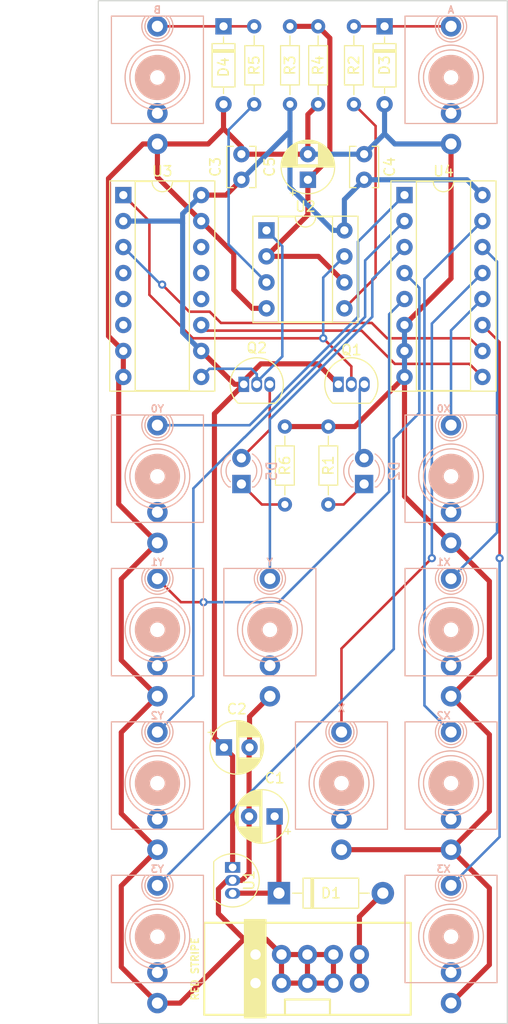
<source format=kicad_pcb>
(kicad_pcb (version 20211014) (generator pcbnew)
  (layers (0 "F.Cu" signal) (31 "B.Cu" signal) (34 "B.Paste" user) (35 "F.Paste" user) (36 "B.SilkS" user "B.Silkscreen") (37 "F.SilkS" user "F.Silkscreen") (38 "B.Mask" user) (39 "F.Mask" user) (44 "Edge.Cuts" user))
  (net 0 "")
  (net 1 "Net-(C1-Pad1)")
  (net 2 "GND")
  (net 3 "+9V")
  (net 4 "Net-(C5-Pad1)")
  (net 5 "Net-(D1-Pad2)")
  (net 6 "Net-(D2-Pad1)")
  (net 7 "Net-(D2-Pad2)")
  (net 8 "Net-(D3-Pad1)")
  (net 9 "Net-(D4-Pad1)")
  (net 10 "Net-(D5-Pad1)")
  (net 11 "Net-(D5-Pad2)")
  (net 12 "Net-(J1-Pad1)")
  (net 13 "X")
  (net 15 "X0")
  (net 17 "X1")
  (net 19 "X2")
  (net 22 "X3")
  (net 24 "Y")
  (net 26 "Y0")
  (net 28 "Y1")
  (net 30 "Y2")
  (net 33 "Y3")
  (net 35 "Net-(Q1-Pad2)")
  (net 36 "Net-(Q2-Pad2)")
  (net 37 "Net-(R2-Pad2)")
  (net 38 "Net-(R5-Pad2)")
  (net 39 "Net-(U3-Pad3)")
  (net 43 "Net-(U3-Pad11)")
  (footprint "Package_DIP:DIP-16_W7.62mm_Socket" (layer "F.Cu") (at 4.95 21.5)
    (fp_text reference "U3" (at 3.81 -2.33) (layer "F.SilkS"))
    (fp_text value "4520")
    (pad "1" thru_hole rect (at 0 0) (size 1.6 1.6) (drill 0.8) (layers *.Cu *.Mask) (net 35 "Net-(Q1-Pad2)"))
    (pad "2" thru_hole oval (at 0 2.54) (size 1.6 1.6) (drill 0.8) (layers *.Cu *.Mask) (net 3 "+9V"))
    (pad "3" thru_hole oval (at 0 5.08) (size 1.6 1.6) (drill 0.8) (layers *.Cu *.Mask) (net 39 "Net-(U3-Pad3)"))
    (pad "4" thru_hole oval (at 0 7.62) (size 1.6 1.6) (drill 0.8) (layers *.Cu *.Mask))
    (pad "5" thru_hole oval (at 0 10.16) (size 1.6 1.6) (drill 0.8) (layers *.Cu *.Mask))
    (pad "6" thru_hole oval (at 0 12.7) (size 1.6 1.6) (drill 0.8) (layers *.Cu *.Mask))
    (pad "7" thru_hole oval (at 0 15.24) (size 1.6 1.6) (drill 0.8) (layers *.Cu *.Mask) (net 2 "GND"))
    (pad "8" thru_hole oval (at 0 17.78) (size 1.6 1.6) (drill 0.8) (layers *.Cu *.Mask) (net 2 "GND"))
    (pad "9" thru_hole oval (at 7.62 17.78) (size 1.6 1.6) (drill 0.8) (layers *.Cu *.Mask) (net 36 "Net-(Q2-Pad2)"))
    (pad "10" thru_hole oval (at 7.62 15.24) (size 1.6 1.6) (drill 0.8) (layers *.Cu *.Mask) (net 3 "+9V"))
    (pad "11" thru_hole oval (at 7.62 12.7) (size 1.6 1.6) (drill 0.8) (layers *.Cu *.Mask) (net 43 "Net-(U3-Pad11)"))
    (pad "12" thru_hole oval (at 7.62 10.16) (size 1.6 1.6) (drill 0.8) (layers *.Cu *.Mask))
    (pad "13" thru_hole oval (at 7.62 7.62) (size 1.6 1.6) (drill 0.8) (layers *.Cu *.Mask))
    (pad "14" thru_hole oval (at 7.62 5.08) (size 1.6 1.6) (drill 0.8) (layers *.Cu *.Mask))
    (pad "15" thru_hole oval (at 7.62 2.54) (size 1.6 1.6) (drill 0.8) (layers *.Cu *.Mask) (net 2 "GND"))
    (pad "16" thru_hole oval (at 7.62 0) (size 1.6 1.6) (drill 0.8) (layers *.Cu *.Mask) (net 3 "+9V"))
  )
  (footprint "Capacitor_THT:CP_Radial_D5.0mm_P2.50mm" (layer "F.Cu") (at 14.794888 75.5)
    (fp_text reference "C2" (at 1.25 -3.75) (layer "F.SilkS"))
    (fp_text value "10uF")
    (pad "1" thru_hole rect (at 0 0) (size 1.6 1.6) (drill 0.8) (layers *.Cu *.Mask) (net 3 "+9V"))
    (pad "2" thru_hole circle (at 2.5 0) (size 1.6 1.6) (drill 0.8) (layers *.Cu *.Mask) (net 2 "GND"))
  )
  (footprint "Package_TO_SOT_THT:TO-92_Inline" (layer "F.Cu") (at 25.98 40)
    (fp_text reference "Q1" (at 1.27 -3.36) (layer "F.SilkS"))
    (fp_text value "BC547")
    (pad "1" thru_hole rect (at 0 0) (size 1.05 1.5) (drill 0.75) (layers *.Cu *.Mask) (net 3 "+9V"))
    (pad "2" thru_hole oval (at 1.27 0) (size 1.05 1.5) (drill 0.75) (layers *.Cu *.Mask) (net 35 "Net-(Q1-Pad2)"))
    (pad "3" thru_hole oval (at 2.54 0) (size 1.05 1.5) (drill 0.75) (layers *.Cu *.Mask) (net 7 "Net-(D2-Pad2)"))
  )
  (footprint "Capacitor_THT:CP_Radial_D5.0mm_P2.50mm" (layer "F.Cu") (at 19.75 82.25 180)
    (fp_text reference "C1" (at 0 3.75) (layer "F.SilkS"))
    (fp_text value "10uF")
    (pad "1" thru_hole rect (at 0 0 180) (size 1.6 1.6) (drill 0.8) (layers *.Cu *.Mask) (net 1 "Net-(C1-Pad1)"))
    (pad "2" thru_hole circle (at 2.5 0 180) (size 1.6 1.6) (drill 0.8) (layers *.Cu *.Mask) (net 2 "GND"))
  )
  (footprint "Resistor_THT:R_Axial_DIN0204_L3.6mm_D1.6mm_P7.62mm_Horizontal" (layer "F.Cu") (at 24 12.62 90)
    (fp_text reference "R4" (at 3.81 0 90) (layer "F.SilkS"))
    (fp_text value "100k")
    (pad "1" thru_hole circle (at 0 0 90) (size 1.4 1.4) (drill 0.7) (layers *.Cu *.Mask) (net 2 "GND"))
    (pad "2" thru_hole oval (at 7.62 0 90) (size 1.4 1.4) (drill 0.7) (layers *.Cu *.Mask) (net 4 "Net-(C5-Pad1)"))
  )
  (footprint "Capacitor_THT:C_Disc_D3.8mm_W2.6mm_P2.50mm" (layer "F.Cu") (at 28.5 20 90)
    (fp_text reference "C4" (at 1.25 2.5 90) (layer "F.SilkS"))
    (fp_text value "100nF")
    (pad "1" thru_hole circle (at 0 0 90) (size 1.6 1.6) (drill 0.8) (layers *.Cu *.Mask) (net 3 "+9V"))
    (pad "2" thru_hole circle (at 2.5 0 90) (size 1.6 1.6) (drill 0.8) (layers *.Cu *.Mask) (net 2 "GND"))
  )
  (footprint "winterbloom:Eurorack_Power_2x5_Shrouded" (layer "F.Cu") (at 17.88 98.544)
    (fp_text reference "J1" hide)
    (fp_text value "Eurorack_Power" hide)
    (fp_text user "RED STRIPE" (at -5.92 -1.387 90) (layer "F.SilkS") (effects (font (size 0.7 0.7))))
    (pad "1" thru_hole circle (at 0 0 90) (size 1.8796 1.8796) (drill 1.016) (layers *.Cu *.Mask) (net 12 "Net-(J1-Pad1)"))
    (pad "2" thru_hole circle (at 0 -2.794 90) (size 1.8796 1.8796) (drill 1.016) (layers *.Cu *.Mask) (net 12 "Net-(J1-Pad1)"))
    (pad "3" thru_hole circle (at 2.54 0 90) (size 1.8796 1.8796) (drill 1.016) (layers *.Cu *.Mask) (net 2 "GND"))
    (pad "4" thru_hole circle (at 2.54 -2.794 90) (size 1.8796 1.8796) (drill 1.016) (layers *.Cu *.Mask) (net 2 "GND"))
    (pad "5" thru_hole circle (at 5.08 0 90) (size 1.8796 1.8796) (drill 1.016) (layers *.Cu *.Mask) (net 2 "GND"))
    (pad "6" thru_hole circle (at 5.08 -2.794 90) (size 1.8796 1.8796) (drill 1.016) (layers *.Cu *.Mask) (net 2 "GND"))
    (pad "7" thru_hole circle (at 7.62 0 90) (size 1.8796 1.8796) (drill 1.016) (layers *.Cu *.Mask) (net 2 "GND"))
    (pad "8" thru_hole circle (at 7.62 -2.794 90) (size 1.8796 1.8796) (drill 1.016) (layers *.Cu *.Mask) (net 2 "GND"))
    (pad "9" thru_hole circle (at 10.16 0 90) (size 1.8796 1.8796) (drill 1.016) (layers *.Cu *.Mask) (net 5 "Net-(D1-Pad2)"))
    (pad "10" thru_hole circle (at 10.16 -2.794 90) (size 1.8796 1.8796) (drill 1.016) (layers *.Cu *.Mask) (net 5 "Net-(D1-Pad2)"))
  )
  (footprint "Diode_THT:D_DO-35_SOD27_P7.62mm_Horizontal" (layer "F.Cu") (at 14.75 5 -90)
    (fp_text reference "D4" (at 4 0 90) (layer "F.SilkS"))
    (fp_text value "BAT85")
    (pad "1" thru_hole rect (at 0 0 270) (size 1.6 1.6) (drill 0.8) (layers *.Cu *.Mask) (net 9 "Net-(D4-Pad1)"))
    (pad "2" thru_hole oval (at 7.62 0 270) (size 1.6 1.6) (drill 0.8) (layers *.Cu *.Mask) (net 2 "GND"))
  )
  (footprint "Resistor_THT:R_Axial_DIN0204_L3.6mm_D1.6mm_P7.62mm_Horizontal" (layer "F.Cu") (at 21.25 5 -90)
    (fp_text reference "R3" (at 3.81 0 90) (layer "F.SilkS"))
    (fp_text value "100k")
    (pad "1" thru_hole circle (at 0 0 270) (size 1.4 1.4) (drill 0.7) (layers *.Cu *.Mask) (net 4 "Net-(C5-Pad1)"))
    (pad "2" thru_hole oval (at 7.62 0 270) (size 1.4 1.4) (drill 0.7) (layers *.Cu *.Mask) (net 3 "+9V"))
  )
  (footprint "Package_DIP:DIP-16_W7.62mm_Socket" (layer "F.Cu") (at 32.45 21.5)
    (fp_text reference "U4" (at 3.81 -2.33) (layer "F.SilkS"))
    (fp_text value "4052")
    (pad "1" thru_hole rect (at 0 0) (size 1.6 1.6) (drill 0.8) (layers *.Cu *.Mask) (net 26 "Y0"))
    (pad "2" thru_hole oval (at 0 2.54) (size 1.6 1.6) (drill 0.8) (layers *.Cu *.Mask) (net 30 "Y2"))
    (pad "3" thru_hole oval (at 0 5.08) (size 1.6 1.6) (drill 0.8) (layers *.Cu *.Mask) (net 24 "Y"))
    (pad "4" thru_hole oval (at 0 7.62) (size 1.6 1.6) (drill 0.8) (layers *.Cu *.Mask) (net 33 "Y3"))
    (pad "5" thru_hole oval (at 0 10.16) (size 1.6 1.6) (drill 0.8) (layers *.Cu *.Mask) (net 28 "Y1"))
    (pad "6" thru_hole oval (at 0 12.7) (size 1.6 1.6) (drill 0.8) (layers *.Cu *.Mask) (net 2 "GND"))
    (pad "7" thru_hole oval (at 0 15.24) (size 1.6 1.6) (drill 0.8) (layers *.Cu *.Mask) (net 2 "GND"))
    (pad "8" thru_hole oval (at 0 17.78) (size 1.6 1.6) (drill 0.8) (layers *.Cu *.Mask) (net 2 "GND"))
    (pad "9" thru_hole oval (at 7.62 17.78) (size 1.6 1.6) (drill 0.8) (layers *.Cu *.Mask) (net 43 "Net-(U3-Pad11)"))
    (pad "10" thru_hole oval (at 7.62 15.24) (size 1.6 1.6) (drill 0.8) (layers *.Cu *.Mask) (net 39 "Net-(U3-Pad3)"))
    (pad "11" thru_hole oval (at 7.62 12.7) (size 1.6 1.6) (drill 0.8) (layers *.Cu *.Mask) (net 22 "X3"))
    (pad "12" thru_hole oval (at 7.62 10.16) (size 1.6 1.6) (drill 0.8) (layers *.Cu *.Mask) (net 15 "X0"))
    (pad "13" thru_hole oval (at 7.62 7.62) (size 1.6 1.6) (drill 0.8) (layers *.Cu *.Mask) (net 13 "X"))
    (pad "14" thru_hole oval (at 7.62 5.08) (size 1.6 1.6) (drill 0.8) (layers *.Cu *.Mask) (net 17 "X1"))
    (pad "15" thru_hole oval (at 7.62 2.54) (size 1.6 1.6) (drill 0.8) (layers *.Cu *.Mask) (net 19 "X2"))
    (pad "16" thru_hole oval (at 7.62 0) (size 1.6 1.6) (drill 0.8) (layers *.Cu *.Mask) (net 3 "+9V"))
  )
  (footprint "Resistor_THT:R_Axial_DIN0204_L3.6mm_D1.6mm_P7.62mm_Horizontal" (layer "F.Cu") (at 25 51.75 90)
    (fp_text reference "R1" (at 3.81 0 90) (layer "F.SilkS"))
    (fp_text value "1k")
    (pad "1" thru_hole circle (at 0 0 90) (size 1.4 1.4) (drill 0.7) (layers *.Cu *.Mask) (net 6 "Net-(D2-Pad1)"))
    (pad "2" thru_hole oval (at 7.62 0 90) (size 1.4 1.4) (drill 0.7) (layers *.Cu *.Mask) (net 2 "GND"))
  )
  (footprint "Resistor_THT:R_Axial_DIN0204_L3.6mm_D1.6mm_P7.62mm_Horizontal" (layer "F.Cu") (at 20.75 51.75 90)
    (fp_text reference "R6" (at 3.81 0 90) (layer "F.SilkS"))
    (fp_text value "1k")
    (pad "1" thru_hole circle (at 0 0 90) (size 1.4 1.4) (drill 0.7) (layers *.Cu *.Mask) (net 10 "Net-(D5-Pad1)"))
    (pad "2" thru_hole oval (at 7.62 0 90) (size 1.4 1.4) (drill 0.7) (layers *.Cu *.Mask) (net 2 "GND"))
  )
  (footprint "Diode_THT:D_DO-41_SOD81_P10.16mm_Horizontal" (layer "F.Cu") (at 20.17 89.75)
    (fp_text reference "D1" (at 5.08 0) (layer "F.SilkS"))
    (fp_text value "1N4001")
    (pad "1" thru_hole rect (at 0 0) (size 2.2 2.2) (drill 1.1) (layers *.Cu *.Mask) (net 1 "Net-(C1-Pad1)"))
    (pad "2" thru_hole oval (at 10.16 0) (size 2.2 2.2) (drill 1.1) (layers *.Cu *.Mask) (net 5 "Net-(D1-Pad2)"))
  )
  (footprint "Resistor_THT:R_Axial_DIN0204_L3.6mm_D1.6mm_P7.62mm_Horizontal" (layer "F.Cu") (at 17.75 5 -90)
    (fp_text reference "R5" (at 3.81 0 90) (layer "F.SilkS"))
    (fp_text value "100k")
    (pad "1" thru_hole circle (at 0 0 270) (size 1.4 1.4) (drill 0.7) (layers *.Cu *.Mask) (net 9 "Net-(D4-Pad1)"))
    (pad "2" thru_hole oval (at 7.62 0 270) (size 1.4 1.4) (drill 0.7) (layers *.Cu *.Mask) (net 38 "Net-(R5-Pad2)"))
  )
  (footprint "Diode_THT:D_DO-35_SOD27_P7.62mm_Horizontal" (layer "F.Cu") (at 30.5 5 -90)
    (fp_text reference "D3" (at 3.81 0 90) (layer "F.SilkS"))
    (fp_text value "BAT85")
    (pad "1" thru_hole rect (at 0 0 270) (size 1.6 1.6) (drill 0.8) (layers *.Cu *.Mask) (net 8 "Net-(D3-Pad1)"))
    (pad "2" thru_hole oval (at 7.62 0 270) (size 1.6 1.6) (drill 0.8) (layers *.Cu *.Mask) (net 2 "GND"))
  )
  (footprint "Capacitor_THT:C_Disc_D3.8mm_W2.6mm_P2.50mm" (layer "F.Cu") (at 16.5 20 90)
    (fp_text reference "C3" (at 1.25 -2.55 90) (layer "F.SilkS"))
    (fp_text value "100nF")
    (pad "1" thru_hole circle (at 0 0 90) (size 1.6 1.6) (drill 0.8) (layers *.Cu *.Mask) (net 3 "+9V"))
    (pad "2" thru_hole circle (at 2.5 0 90) (size 1.6 1.6) (drill 0.8) (layers *.Cu *.Mask) (net 2 "GND"))
  )
  (footprint "Package_DIP:DIP-8_W7.62mm_Socket" (layer "F.Cu") (at 18.95 24.95)
    (fp_text reference "U2" (at 3.81 -2.33) (layer "F.SilkS"))
    (fp_text value "LM358")
    (pad "1" thru_hole rect (at 0 0) (size 1.6 1.6) (drill 0.8) (layers *.Cu *.Mask) (net 36 "Net-(Q2-Pad2)"))
    (pad "2" thru_hole oval (at 0 2.54) (size 1.6 1.6) (drill 0.8) (layers *.Cu *.Mask) (net 4 "Net-(C5-Pad1)"))
    (pad "3" thru_hole oval (at 0 5.08) (size 1.6 1.6) (drill 0.8) (layers *.Cu *.Mask) (net 38 "Net-(R5-Pad2)"))
    (pad "4" thru_hole oval (at 0 7.62) (size 1.6 1.6) (drill 0.8) (layers *.Cu *.Mask) (net 2 "GND"))
    (pad "5" thru_hole oval (at 7.62 7.62) (size 1.6 1.6) (drill 0.8) (layers *.Cu *.Mask) (net 37 "Net-(R2-Pad2)"))
    (pad "6" thru_hole oval (at 7.62 5.08) (size 1.6 1.6) (drill 0.8) (layers *.Cu *.Mask) (net 4 "Net-(C5-Pad1)"))
    (pad "7" thru_hole oval (at 7.62 2.54) (size 1.6 1.6) (drill 0.8) (layers *.Cu *.Mask) (net 35 "Net-(Q1-Pad2)"))
    (pad "8" thru_hole oval (at 7.62 0) (size 1.6 1.6) (drill 0.8) (layers *.Cu *.Mask) (net 3 "+9V"))
  )
  (footprint "Package_TO_SOT_THT:TO-92_Inline" (layer "F.Cu") (at 16.73 40)
    (fp_text reference "Q2" (at 1.27 -3.56) (layer "F.SilkS"))
    (fp_text value "BC547")
    (pad "1" thru_hole rect (at 0 0) (size 1.05 1.5) (drill 0.75) (layers *.Cu *.Mask) (net 3 "+9V"))
    (pad "2" thru_hole oval (at 1.27 0) (size 1.05 1.5) (drill 0.75) (layers *.Cu *.Mask) (net 36 "Net-(Q2-Pad2)"))
    (pad "3" thru_hole oval (at 2.54 0) (size 1.05 1.5) (drill 0.75) (layers *.Cu *.Mask) (net 11 "Net-(D5-Pad2)"))
  )
  (footprint "Package_TO_SOT_THT:TO-92_Inline" (layer "F.Cu") (at 15.64 87.23 -90)
    (fp_text reference "U1" (at 1.27 -1.61 90) (layer "F.SilkS"))
    (fp_text value "L78L09_TO92")
    (pad "1" thru_hole rect (at 0 0 270) (size 1.05 1.5) (drill 0.75) (layers *.Cu *.Mask) (net 3 "+9V"))
    (pad "2" thru_hole oval (at 1.27 0 270) (size 1.05 1.5) (drill 0.75) (layers *.Cu *.Mask) (net 2 "GND"))
    (pad "3" thru_hole oval (at 2.54 0 270) (size 1.05 1.5) (drill 0.75) (layers *.Cu *.Mask) (net 1 "Net-(C1-Pad1)"))
  )
  (footprint "Capacitor_THT:CP_Radial_D5.0mm_P2.50mm" (layer "F.Cu") (at 23 20 90)
    (fp_text reference "C5" (at 1.25 -3.75 90) (layer "F.SilkS"))
    (fp_text value "1uF")
    (pad "1" thru_hole rect (at 0 0 90) (size 1.6 1.6) (drill 0.8) (layers *.Cu *.Mask) (net 4 "Net-(C5-Pad1)"))
    (pad "2" thru_hole circle (at 2.5 0 90) (size 1.6 1.6) (drill 0.8) (layers *.Cu *.Mask) (net 2 "GND"))
  )
  (footprint "Resistor_THT:R_Axial_DIN0204_L3.6mm_D1.6mm_P7.62mm_Horizontal" (layer "F.Cu") (at 27.5 5 -90)
    (fp_text reference "R2" (at 3.81 0 90) (layer "F.SilkS"))
    (fp_text value "100k")
    (pad "1" thru_hole circle (at 0 0 270) (size 1.4 1.4) (drill 0.7) (layers *.Cu *.Mask) (net 8 "Net-(D3-Pad1)"))
    (pad "2" thru_hole oval (at 7.62 0 270) (size 1.4 1.4) (drill 0.7) (layers *.Cu *.Mask) (net 37 "Net-(R2-Pad2)"))
  )
  (footprint "winterbloom:AudioJack_WQP518MA" (layer "B.Cu") (at 8.284983 64 180)
    (fp_text reference "J10" hide)
    (fp_text value "Y1" (at 0.01 6.61) (layer "B.SilkS") (effects (font (size 0.7 0.7)) (justify mirror)))
    (pad "S" thru_hole circle (at 0 -6.5 180) (size 2 2) (drill 1.1) (layers *.Cu *.Mask) (net 2 "GND"))
    (pad "T" thru_hole circle (at 0 5 180) (size 2 2) (drill 1.1) (layers *.Cu *.Mask) (net 28 "Y1"))
    (pad "TN" thru_hole circle (at 0 -3.5 180) (size 2 2) (drill 1.1) (layers *.Cu *.Mask))
  )
  (footprint "winterbloom:AudioJack_WQP518MA" (layer "B.Cu") (at 37 10 180)
    (fp_text reference "J6" hide)
    (fp_text value "A" (at 0.01 6.61) (layer "B.SilkS") (effects (font (size 0.7 0.7)) (justify mirror)))
    (pad "S" thru_hole circle (at 0 -6.5 180) (size 2 2) (drill 1.1) (layers *.Cu *.Mask) (net 2 "GND"))
    (pad "T" thru_hole circle (at 0 5 180) (size 2 2) (drill 1.1) (layers *.Cu *.Mask) (net 8 "Net-(D3-Pad1)"))
    (pad "TN" thru_hole circle (at 0 -3.5 180) (size 2 2) (drill 1.1) (layers *.Cu *.Mask))
  )
  (footprint "winterbloom:AudioJack_WQP518MA" (layer "B.Cu") (at 26.284983 79 180)
    (fp_text reference "J2" hide)
    (fp_text value "X" (at 0 7.325017) (layer "B.SilkS") (effects (font (size 0.7 0.7)) (justify mirror)))
    (pad "S" thru_hole circle (at 0 -6.5 180) (size 2 2) (drill 1.1) (layers *.Cu *.Mask) (net 2 "GND"))
    (pad "T" thru_hole circle (at 0 5 180) (size 2 2) (drill 1.1) (layers *.Cu *.Mask) (net 13 "X"))
    (pad "TN" thru_hole circle (at 0 -3.5 180) (size 2 2) (drill 1.1) (layers *.Cu *.Mask))
  )
  (footprint "winterbloom:AudioJack_WQP518MA" (layer "B.Cu") (at 37 94 180)
    (fp_text reference "J7" hide)
    (fp_text value "X3" (at 0.725017 6.61) (layer "B.SilkS") (effects (font (size 0.7 0.7)) (justify mirror)))
    (pad "S" thru_hole circle (at 0 -6.5 180) (size 2 2) (drill 1.1) (layers *.Cu *.Mask) (net 2 "GND"))
    (pad "T" thru_hole circle (at 0 5 180) (size 2 2) (drill 1.1) (layers *.Cu *.Mask) (net 22 "X3"))
    (pad "TN" thru_hole circle (at 0 -3.5 180) (size 2 2) (drill 1.1) (layers *.Cu *.Mask))
  )
  (footprint "winterbloom:AudioJack_WQP518MA" (layer "B.Cu") (at 37 79 180)
    (fp_text reference "J5" hide)
    (fp_text value "X2" (at 0.725017 6.61) (layer "B.SilkS") (effects (font (size 0.7 0.7)) (justify mirror)))
    (pad "S" thru_hole circle (at 0 -6.5 180) (size 2 2) (drill 1.1) (layers *.Cu *.Mask) (net 2 "GND"))
    (pad "T" thru_hole circle (at 0 5 180) (size 2 2) (drill 1.1) (layers *.Cu *.Mask) (net 19 "X2"))
    (pad "TN" thru_hole circle (at 0 -3.5 180) (size 2 2) (drill 1.1) (layers *.Cu *.Mask))
  )
  (footprint "winterbloom:AudioJack_WQP518MA" (layer "B.Cu") (at 8.284983 79 180)
    (fp_text reference "J11" hide)
    (fp_text value "Y2" (at 0.01 6.61) (layer "B.SilkS") (effects (font (size 0.7 0.7)) (justify mirror)))
    (pad "S" thru_hole circle (at 0 -6.5 180) (size 2 2) (drill 1.1) (layers *.Cu *.Mask) (net 2 "GND"))
    (pad "T" thru_hole circle (at 0 5 180) (size 2 2) (drill 1.1) (layers *.Cu *.Mask) (net 30 "Y2"))
    (pad "TN" thru_hole circle (at 0 -3.5 180) (size 2 2) (drill 1.1) (layers *.Cu *.Mask))
  )
  (footprint "winterbloom:AudioJack_WQP518MA" (layer "B.Cu") (at 8.284983 94 180)
    (fp_text reference "J13" hide)
    (fp_text value "Y3" (at 0.01 6.61) (layer "B.SilkS") (effects (font (size 0.7 0.7)) (justify mirror)))
    (pad "S" thru_hole circle (at 0 -6.5 180) (size 2 2) (drill 1.1) (layers *.Cu *.Mask) (net 2 "GND"))
    (pad "T" thru_hole circle (at 0 5 180) (size 2 2) (drill 1.1) (layers *.Cu *.Mask) (net 33 "Y3"))
    (pad "TN" thru_hole circle (at 0 -3.5 180) (size 2 2) (drill 1.1) (layers *.Cu *.Mask))
  )
  (footprint "winterbloom:AudioJack_WQP518MA" (layer "B.Cu") (at 37 64 180)
    (fp_text reference "J4" hide)
    (fp_text value "X1" (at 0.725017 6.61) (layer "B.SilkS") (effects (font (size 0.7 0.7)) (justify mirror)))
    (pad "S" thru_hole circle (at 0 -6.5 180) (size 2 2) (drill 1.1) (layers *.Cu *.Mask) (net 2 "GND"))
    (pad "T" thru_hole circle (at 0 5 180) (size 2 2) (drill 1.1) (layers *.Cu *.Mask) (net 17 "X1"))
    (pad "TN" thru_hole circle (at 0 -3.5 180) (size 2 2) (drill 1.1) (layers *.Cu *.Mask))
  )
  (footprint "winterbloom:AudioJack_WQP518MA" (layer "B.Cu") (at 37 49 180)
    (fp_text reference "J3" hide)
    (fp_text value "X0" (at 0.725017 6.61) (layer "B.SilkS") (effects (font (size 0.7 0.7)) (justify mirror)))
    (pad "S" thru_hole circle (at 0 -6.5 180) (size 2 2) (drill 1.1) (layers *.Cu *.Mask) (net 2 "GND"))
    (pad "T" thru_hole circle (at 0 5 180) (size 2 2) (drill 1.1) (layers *.Cu *.Mask) (net 15 "X0"))
    (pad "TN" thru_hole circle (at 0 -3.5 180) (size 2 2) (drill 1.1) (layers *.Cu *.Mask))
  )
  (footprint "winterbloom:AudioJack_WQP518MA" (layer "B.Cu") (at 19.284983 64 180)
    (fp_text reference "J8" hide)
    (fp_text value "Y" (at 0.01 6.61) (layer "B.SilkS") (effects (font (size 0.7 0.7)) (justify mirror)))
    (pad "S" thru_hole circle (at 0 -6.5 180) (size 2 2) (drill 1.1) (layers *.Cu *.Mask) (net 2 "GND"))
    (pad "T" thru_hole circle (at 0 5 180) (size 2 2) (drill 1.1) (layers *.Cu *.Mask) (net 24 "Y"))
    (pad "TN" thru_hole circle (at 0 -3.5 180) (size 2 2) (drill 1.1) (layers *.Cu *.Mask))
  )
  (footprint "LED_THT:LED_D3.0mm" (layer "B.Cu") (at 28.5 49.75 90)
    (fp_text reference "D2" (at 1.27 2.96 90) (layer "B.SilkS") (effects (justify mirror)))
    (fp_text value "LED")
    (pad "1" thru_hole rect (at 0 0 90) (size 1.8 1.8) (drill 0.9) (layers *.Cu *.Mask) (net 6 "Net-(D2-Pad1)"))
    (pad "2" thru_hole circle (at 2.54 0 90) (size 1.8 1.8) (drill 0.9) (layers *.Cu *.Mask) (net 7 "Net-(D2-Pad2)"))
  )
  (footprint "winterbloom:AudioJack_WQP518MA" (layer "B.Cu") (at 8.284983 10 180)
    (fp_text reference "J12" hide)
    (fp_text value "B" (at 0.01 6.61) (layer "B.SilkS") (effects (font (size 0.7 0.7)) (justify mirror)))
    (pad "S" thru_hole circle (at 0 -6.5 180) (size 2 2) (drill 1.1) (layers *.Cu *.Mask) (net 2 "GND"))
    (pad "T" thru_hole circle (at 0 5 180) (size 2 2) (drill 1.1) (layers *.Cu *.Mask) (net 9 "Net-(D4-Pad1)"))
    (pad "TN" thru_hole circle (at 0 -3.5 180) (size 2 2) (drill 1.1) (layers *.Cu *.Mask))
  )
  (footprint "LED_THT:LED_D3.0mm" (layer "B.Cu") (at 16.5 49.75 90)
    (fp_text reference "D5" (at 1.27 2.96 90) (layer "B.SilkS") (effects (justify mirror)))
    (fp_text value "LED")
    (pad "1" thru_hole rect (at 0 0 90) (size 1.8 1.8) (drill 0.9) (layers *.Cu *.Mask) (net 10 "Net-(D5-Pad1)"))
    (pad "2" thru_hole circle (at 2.54 0 90) (size 1.8 1.8) (drill 0.9) (layers *.Cu *.Mask) (net 11 "Net-(D5-Pad2)"))
  )
  (footprint "winterbloom:AudioJack_WQP518MA" (layer "B.Cu") (at 8.284983 49 180)
    (fp_text reference "J9" hide)
    (fp_text value "Y0" (at 0.01 6.61) (layer "B.SilkS") (effects (font (size 0.7 0.7)) (justify mirror)))
    (pad "S" thru_hole circle (at 0 -6.5 180) (size 2 2) (drill 1.1) (layers *.Cu *.Mask) (net 2 "GND"))
    (pad "T" thru_hole circle (at 0 5 180) (size 2 2) (drill 1.1) (layers *.Cu *.Mask) (net 26 "Y0"))
    (pad "TN" thru_hole circle (at 0 -3.5 180) (size 2 2) (drill 1.1) (layers *.Cu *.Mask))
  )
  (gr_rect (start 2.5 2.5) (end 42.5 102.5) (layer "Edge.Cuts") (width 0.1) (fill none))
  (segment (start 15.66 89.75) (end 15.64 89.77) (width 0.5) (layer "F.Cu") (net 1))
  (segment (start 20.17 89.75) (end 15.66 89.75) (width 0.5) (layer "F.Cu") (net 1))
  (segment (start 20.17 89.75) (end 20.17 82.67) (width 0.5) (layer "F.Cu") (net 1))
  (segment (start 20.17 82.67) (end 19.75 82.25) (width 0.5) (layer "F.Cu") (net 1))
  (segment (start 8.284983 19.754983) (end 12.57 24.04) (width 0.5) (layer "F.Cu") (net 2))
  (segment (start 17.294888 75.5) (end 17.294888 72.490095) (width 0.5) (layer "F.Cu") (net 2))
  (segment (start 22.96 95.75) (end 25.5 95.75) (width 0.5) (layer "F.Cu") (net 2))
  (segment (start 37 29.65) (end 32.45 34.2) (width 0.5) (layer "F.Cu") (net 2))
  (segment (start 15.64 88.5) (end 16.544022 88.5) (width 0.5) (layer "F.Cu") (net 2))
  (segment (start 40.75 66.75) (end 37 70.5) (width 0.5) (layer "F.Cu") (net 2))
  (segment (start 4.75 81.965017) (end 8.284983 85.5) (width 0.5) (layer "F.Cu") (net 2))
  (segment (start 23 17.5) (end 23 13.62) (width 0.5) (layer "F.Cu") (net 2))
  (segment (start 4.75 59.034983) (end 8.284983 55.5) (width 0.5) (layer "F.Cu") (net 2))
  (segment (start 17.25 82.25) (end 17.25 75.544888) (width 0.5) (layer "F.Cu") (net 2))
  (segment (start 14.75 15) (end 14.75 12.62) (width 0.5) (layer "F.Cu") (net 2))
  (segment (start 4.5 51.715017) (end 4.5 39.73) (width 0.5) (layer "F.Cu") (net 2))
  (segment (start 17.25 75.544888) (end 17.294888 75.5) (width 0.5) (layer "F.Cu") (net 2))
  (segment (start 18.92 94.25) (end 20.42 95.75) (width 0.5) (layer "F.Cu") (net 2))
  (segment (start 16.544022 88.5) (end 17.25 87.794022) (width 0.5) (layer "F.Cu") (net 2))
  (segment (start 15.75 27.22) (end 12.57 24.04) (width 0.5) (layer "F.Cu") (net 2))
  (segment (start 13.25 16.5) (end 14.75 15) (width 0.5) (layer "F.Cu") (net 2))
  (segment (start 40.75 89.25) (end 40.75 96.75) (width 0.5) (layer "F.Cu") (net 2))
  (segment (start 15.09 88.5) (end 14.25 89.34) (width 0.5) (layer "F.Cu") (net 2))
  (segment (start 15.75 30.75) (end 15.75 27.22) (width 0.5) (layer "F.Cu") (net 2))
  (segment (start 6.87077 16.5) (end 3.5 19.87077) (width 0.5) (layer "F.Cu") (net 2))
  (segment (start 37 70.5) (end 40.75 74.25) (width 0.5) (layer "F.Cu") (net 2))
  (segment (start 8.284983 70.5) (end 4.75 74.034983) (width 0.5) (layer "F.Cu") (net 2))
  (segment (start 27.6 44.13) (end 25 44.13) (width 0.5) (layer "F.Cu") (net 2))
  (segment (start 20.42 98.544) (end 22.96 98.544) (width 0.5) (layer "F.Cu") (net 2))
  (segment (start 37 16.5) (end 37 29.65) (width 0.5) (layer "F.Cu") (net 2))
  (segment (start 10.5 100.5) (end 8.284983 100.5) (width 0.5) (layer "F.Cu") (net 2))
  (segment (start 14.75 15) (end 16.5 16.75) (width 0.5) (layer "F.Cu") (net 2))
  (segment (start 32.45 39.28) (end 32.45 50.95) (width 0.5) (layer "F.Cu") (net 2))
  (segment (start 17.294888 72.490095) (end 19.284983 70.5) (width 0.5) (layer "F.Cu") (net 2))
  (segment (start 15.64 88.5) (end 15.09 88.5) (width 0.5) (layer "F.Cu") (net 2))
  (segment (start 18.95 32.57) (end 17.57 32.57) (width 0.5) (layer "F.Cu") (net 2))
  (segment (start 17.57 32.57) (end 15.75 30.75) (width 0.5) (layer "F.Cu") (net 2))
  (segment (start 8.284983 16.5) (end 6.87077 16.5) (width 0.5) (layer "F.Cu") (net 2))
  (segment (start 37 85.5) (end 40.75 89.25) (width 0.5) (layer "F.Cu") (net 2))
  (segment (start 4.5 39.73) (end 4.95 39.28) (width 0.5) (layer "F.Cu") (net 2))
  (segment (start 25.5 95.75) (end 25.5 98.544) (width 0.5) (layer "F.Cu") (net 2))
  (segment (start 16.5 17.5) (end 23 17.5) (width 0.5) (layer "F.Cu") (net 2))
  (segment (start 40.75 96.75) (end 37 100.5) (width 0.5) (layer "F.Cu") (net 2))
  (segment (start 8.284983 85.5) (end 4.75 89.034983) (width 0.5) (layer "F.Cu") (net 2))
  (segment (start 3.5 35.29) (end 4.95 36.74) (width 0.5) (layer "F.Cu") (net 2))
  (segment (start 8.284983 16.5) (end 13.25 16.5) (width 0.5) (layer "F.Cu") (net 2))
  (segment (start 25.5 98.544) (end 22.96 98.544) (width 0.5) (layer "F.Cu") (net 2))
  (segment (start 16.5 16.75) (end 16.5 17.5) (width 0.5) (layer "F.Cu") (net 2))
  (segment (start 40.75 81.75) (end 37 85.5) (width 0.5) (layer "F.Cu") (net 2))
  (segment (start 23 13.62) (end 24 12.62) (width 0.5) (layer "F.Cu") (net 2))
  (segment (start 32.45 50.95) (end 37 55.5) (width 0.5) (layer "F.Cu") (net 2))
  (segment (start 22.96 98.544) (end 22.96 95.75) (width 0.5) (layer "F.Cu") (net 2))
  (segment (start 37 85.5) (end 26.284983 85.5) (width 0.5) (layer "F.Cu") (net 2))
  (segment (start 40.75 59.25) (end 40.75 66.75) (width 0.5) (layer "F.Cu") (net 2))
  (segment (start 14.25 89.34) (end 14.25 91.75) (width 0.5) (layer "F.Cu") (net 2))
  (segment (start 4.75 89.034983) (end 4.75 96.965017) (width 0.5) (layer "F.Cu") (net 2))
  (segment (start 16.75 94.25) (end 10.5 100.5) (width 0.5) (layer "F.Cu") (net 2))
  (segment (start 25 44.13) (end 20.75 44.13) (width 0.5) (layer "F.Cu") (net 2))
  (segment (start 8.284983 16.5) (end 8.284983 19.754983) (width 0.5) (layer "F.Cu") (net 2))
  (segment (start 37 55.5) (end 40.75 59.25) (width 0.5) (layer "F.Cu") (net 2))
  (segment (start 4.75 74.034983) (end 4.75 81.965017) (width 0.5) (layer "F.Cu") (net 2))
  (segment (start 3.5 19.87077) (end 3.5 35.29) (width 0.5) (layer "F.Cu") (net 2))
  (segment (start 4.95 36.74) (end 4.95 39.28) (width 0.5) (layer "F.Cu") (net 2))
  (segment (start 17.25 87.794022) (end 17.25 82.25) (width 0.5) (layer "F.Cu") (net 2))
  (segment (start 14.25 91.75) (end 16.75 94.25) (width 0.5) (layer "F.Cu") (net 2))
  (segment (start 8.284983 55.5) (end 4.5 51.715017) (width 0.5) (layer "F.Cu") (net 2))
  (segment (start 4.75 96.965017) (end 8.284983 100.5) (width 0.5) (layer "F.Cu") (net 2))
  (segment (start 20.42 95.75) (end 22.96 95.75) (width 0.5) (layer "F.Cu") (net 2))
  (segment (start 40.75 74.25) (end 40.75 81.75) (width 0.5) (layer "F.Cu") (net 2))
  (segment (start 8.284983 70.5) (end 4.75 66.965017) (width 0.5) (layer "F.Cu") (net 2))
  (segment (start 20.42 95.75) (end 20.42 98.544) (width 0.5) (layer "F.Cu") (net 2))
  (segment (start 32.45 39.28) (end 27.6 44.13) (width 0.5) (layer "F.Cu") (net 2))
  (segment (start 4.75 66.965017) (end 4.75 59.034983) (width 0.5) (layer "F.Cu") (net 2))
  (segment (start 16.75 94.25) (end 18.92 94.25) (width 0.5) (layer "F.Cu") (net 2))
  (segment (start 32.45 34.2) (end 32.45 36.74) (width 0.5) (layer "B.Cu") (net 2))
  (segment (start 28.5 17.5) (end 30.5 15.5) (width 0.5) (layer "B.Cu") (net 2))
  (segment (start 31.5 16.5) (end 37 16.5) (width 0.5) (layer "B.Cu") (net 2))
  (segment (start 23 17.5) (end 28.5 17.5) (width 0.5) (layer "B.Cu") (net 2))
  (segment (start 30.5 15.5) (end 30.5 12.62) (width 0.5) (layer "B.Cu") (net 2))
  (segment (start 30.5 15.5) (end 31.5 16.5) (width 0.5) (layer "B.Cu") (net 2))
  (segment (start 32.45 36.74) (end 32.45 39.28) (width 0.5) (layer "B.Cu") (net 2))
  (segment (start 18.396821 38) (end 23.98 38) (width 0.5) (layer "F.Cu") (net 3))
  (segment (start 12.57 21.5) (end 15 21.5) (width 0.5) (layer "F.Cu") (net 3))
  (segment (start 16.73 40) (end 15.83 40) (width 0.5) (layer "F.Cu") (net 3))
  (segment (start 15.83 40) (end 12.57 36.74) (width 0.5) (layer "F.Cu") (net 3))
  (segment (start 13.860489 42.869511) (end 16.73 40) (width 0.5) (layer "F.Cu") (net 3))
  (segment (start 15.64 87.23) (end 15.64 76.345112) (width 0.5) (layer "F.Cu") (net 3))
  (segment (start 23.98 38) (end 25.98 40) (width 0.5) (layer "F.Cu") (net 3))
  (segment (start 13.860489 74.565601) (end 13.860489 42.869511) (width 0.5) (layer "F.Cu") (net 3))
  (segment (start 16.73 40) (end 16.73 39.666821) (width 0.5) (layer "F.Cu") (net 3))
  (segment (start 15.64 76.345112) (end 14.794888 75.5) (width 0.5) (layer "F.Cu") (net 3))
  (segment (start 16.73 39.666821) (end 18.396821 38) (width 0.5) (layer "F.Cu") (net 3))
  (segment (start 14.794888 75.5) (end 13.860489 74.565601) (width 0.5) (layer "F.Cu") (net 3))
  (segment (start 15 21.5) (end 16.5 20) (width 0.5) (layer "F.Cu") (net 3))
  (segment (start 10.75 24.25) (end 10.75 23.32) (width 0.5) (layer "B.Cu") (net 3))
  (segment (start 16.5 20) (end 21.25 15.25) (width 0.5) (layer "B.Cu") (net 3))
  (segment (start 26.57 21.93) (end 28.5 20) (width 0.5) (layer "B.Cu") (net 3))
  (segment (start 26.57 24.95) (end 26.57 21.93) (width 0.5) (layer "B.Cu") (net 3))
  (segment (start 38.57 20) (end 28.5 20) (width 0.5) (layer "B.Cu") (net 3))
  (segment (start 4.95 24.04) (end 10.54 24.04) (width 0.5) (layer "B.Cu") (net 3))
  (segment (start 21.25 15.25) (end 21.25 20.749022) (width 0.5) (layer "B.Cu") (net 3))
  (segment (start 10.54 24.04) (end 10.75 24.25) (width 0.5) (layer "B.Cu") (net 3))
  (segment (start 10.75 23.32) (end 12.57 21.5) (width 0.5) (layer "B.Cu") (net 3))
  (segment (start 10.75 34.92) (end 10.75 24.25) (width 0.5) (layer "B.Cu") (net 3))
  (segment (start 40.07 21.5) (end 38.57 20) (width 0.5) (layer "B.Cu") (net 3))
  (segment (start 21.25 15.25) (end 21.25 12.62) (width 0.5) (layer "B.Cu") (net 3))
  (segment (start 21.25 20.749022) (end 25.450978 24.95) (width 0.5) (layer "B.Cu") (net 3))
  (segment (start 25.450978 24.95) (end 26.57 24.95) (width 0.5) (layer "B.Cu") (net 3))
  (segment (start 12.57 36.74) (end 10.75 34.92) (width 0.5) (layer "B.Cu") (net 3))
  (segment (start 21.25 5) (end 24 5) (width 0.5) (layer "F.Cu") (net 4))
  (segment (start 23 23.44) (end 18.95 27.49) (width 0.5) (layer "F.Cu") (net 4))
  (segment (start 25.149511 6.149511) (end 25.149511 17.850489) (width 0.5) (layer "F.Cu") (net 4))
  (segment (start 23 20) (end 23 23.44) (width 0.5) (layer "F.Cu") (net 4))
  (segment (start 25.149511 17.850489) (end 23 20) (width 0.5) (layer "F.Cu") (net 4))
  (segment (start 18.95 27.49) (end 24.03 27.49) (width 0.5) (layer "F.Cu") (net 4))
  (segment (start 24.03 27.49) (end 26.57 30.03) (width 0.5) (layer "F.Cu") (net 4))
  (segment (start 24 5) (end 25.149511 6.149511) (width 0.5) (layer "F.Cu") (net 4))
  (segment (start 28.04 92.04) (end 30.33 89.75) (width 0.5) (layer "F.Cu") (net 5))
  (segment (start 28.04 98.544) (end 28.04 95.75) (width 0.5) (layer "F.Cu") (net 5))
  (segment (start 28.04 95.75) (end 28.04 92.04) (width 0.5) (layer "F.Cu") (net 5))
  (segment (start 26.5 51.75) (end 28.5 49.75) (width 0.25) (layer "F.Cu") (net 6))
  (segment (start 25 51.75) (end 26.5 51.75) (width 0.25) (layer "F.Cu") (net 6))
  (segment (start 28.49 47.2) (end 28.8 47.2) (width 0.25) (layer "B.Cu") (net 7))
  (segment (start 28.07 40.45) (end 28.07 46.78) (width 0.25) (layer "B.Cu") (net 7))
  (segment (start 28.52 40) (end 28.07 40.45) (width 0.25) (layer "B.Cu") (net 7))
  (segment (start 28.07 46.78) (end 28.49 47.2) (width 0.25) (layer "B.Cu") (net 7))
  (segment (start 30.5 5) (end 27.5 5) (width 0.25) (layer "F.Cu") (net 8))
  (segment (start 37 5) (end 30.5 5) (width 0.25) (layer "F.Cu") (net 8))
  (segment (start 14.75 5) (end 17.75 5) (width 0.25) (layer "F.Cu") (net 9))
  (segment (start 8.284983 5) (end 14.75 5) (width 0.25) (layer "F.Cu") (net 9))
  (segment (start 18.5 51.75) (end 16.5 49.75) (width 0.25) (layer "F.Cu") (net 10))
  (segment (start 20.75 51.75) (end 18.5 51.75) (width 0.25) (layer "F.Cu") (net 10))
  (segment (start 19.27 44.44) (end 16.5 47.21) (width 0.25) (layer "F.Cu") (net 11))
  (segment (start 19.27 40) (end 19.27 44.44) (width 0.25) (layer "F.Cu") (net 11))
  (segment (start 17.88 95.75) (end 17.88 98.544) (width 0.5) (layer "F.Cu") (net 12))
  (segment (start 26.284983 74) (end 26.284983 65.839517) (width 0.25) (layer "F.Cu") (net 13))
  (segment (start 26.284983 65.839517) (end 35.1245 57) (width 0.25) (layer "F.Cu") (net 13))
  (via (at 35.1245 57) (size 0.8) (drill 0.4) (layers "F.Cu" "B.Cu") (net 13))
  (segment (start 35.1245 34.0655) (end 35.1245 57) (width 0.25) (layer "B.Cu") (net 13))
  (segment (start 40.07 29.12) (end 35.1245 34.0655) (width 0.25) (layer "B.Cu") (net 13))
  (segment (start 37 34.73) (end 37 44) (width 0.25) (layer "B.Cu") (net 15))
  (segment (start 40.07 31.66) (end 37 34.73) (width 0.25) (layer "B.Cu") (net 15))
  (segment (start 41.5 54.5) (end 37 59) (width 0.25) (layer "B.Cu") (net 17))
  (segment (start 41.5 28.01) (end 41.5 54.5) (width 0.25) (layer "B.Cu") (net 17))
  (segment (start 40.07 26.58) (end 41.5 28.01) (width 0.25) (layer "B.Cu") (net 17))
  (segment (start 34.4 71.4) (end 37 74) (width 0.25) (layer "B.Cu") (net 19))
  (segment (start 34.4 29.71) (end 34.4 71.4) (width 0.25) (layer "B.Cu") (net 19))
  (segment (start 40.07 24.04) (end 34.4 29.71) (width 0.25) (layer "B.Cu") (net 19))
  (segment (start 41.75 35.88) (end 40.07 34.2) (width 0.25) (layer "F.Cu") (net 22))
  (segment (start 41.75 57) (end 41.75 35.88) (width 0.25) (layer "F.Cu") (net 22))
  (via (at 41.75 57) (size 0.8) (drill 0.4) (layers "F.Cu" "B.Cu") (net 22))
  (segment (start 41.75 84.25) (end 41.75 57) (width 0.25) (layer "B.Cu") (net 22))
  (segment (start 37 89) (end 41.75 84.25) (width 0.25) (layer "B.Cu") (net 22))
  (segment (start 29.3 29.73) (end 29.3 33.4) (width 0.25) (layer "B.Cu") (net 24))
  (segment (start 19.284983 43.415017) (end 19.284983 59) (width 0.25) (layer "B.Cu") (net 24))
  (segment (start 29.3 33.4) (end 19.284983 43.415017) (width 0.25) (layer "B.Cu") (net 24))
  (segment (start 32.45 26.58) (end 29.3 29.73) (width 0.25) (layer "B.Cu") (net 24))
  (segment (start 32.45 21.5) (end 27.9 26.05) (width 0.25) (layer "B.Cu") (net 26))
  (segment (start 27.9 33.4) (end 17.3 44) (width 0.25) (layer "B.Cu") (net 26))
  (segment (start 27.9 26.05) (end 27.9 33.4) (width 0.25) (layer "B.Cu") (net 26))
  (segment (start 17.3 44) (end 8.284983 44) (width 0.25) (layer "B.Cu") (net 26))
  (segment (start 10.584983 61.3) (end 12.8 61.3) (width 0.25) (layer "F.Cu") (net 28))
  (segment (start 8.284983 59) (end 10.584983 61.3) (width 0.25) (layer "F.Cu") (net 28))
  (via (at 12.8 61.3) (size 0.8) (drill 0.4) (layers "F.Cu" "B.Cu") (net 28))
  (segment (start 32.44 31.66) (end 30.949511 33.150489) (width 0.25) (layer "B.Cu") (net 28))
  (segment (start 32.45 31.66) (end 32.44 31.66) (width 0.25) (layer "B.Cu") (net 28))
  (segment (start 20.149022 61.3) (end 12.8 61.3) (width 0.25) (layer "B.Cu") (net 28))
  (segment (start 30.949511 50.499511) (end 20.149022 61.3) (width 0.25) (layer "B.Cu") (net 28))
  (segment (start 30.949511 33.150489) (end 30.949511 50.499511) (width 0.25) (layer "B.Cu") (net 28))
  (segment (start 28.6 33.4) (end 16.8 45.2) (width 0.25) (layer "B.Cu") (net 30))
  (segment (start 11.8 50.178279) (end 11.8 70.484983) (width 0.25) (layer "B.Cu") (net 30))
  (segment (start 32.45 24.04) (end 28.6 27.89) (width 0.25) (layer "B.Cu") (net 30))
  (segment (start 11.8 70.484983) (end 8.284983 74) (width 0.25) (layer "B.Cu") (net 30))
  (segment (start 16.778279 45.2) (end 11.8 50.178279) (width 0.25) (layer "B.Cu") (net 30))
  (segment (start 28.6 27.89) (end 28.6 33.4) (width 0.25) (layer "B.Cu") (net 30))
  (segment (start 16.8 45.2) (end 16.778279 45.2) (width 0.25) (layer "B.Cu") (net 30))
  (segment (start 31.4 65.884983) (end 31.4 45.3) (width 0.25) (layer "B.Cu") (net 33))
  (segment (start 8.284983 89) (end 31.4 65.884983) (width 0.25) (layer "B.Cu") (net 33))
  (segment (start 33.9 42.8) (end 31.4 45.3) (width 0.25) (layer "B.Cu") (net 33))
  (segment (start 32.45 29.12) (end 33.9 30.57) (width 0.25) (layer "B.Cu") (net 33))
  (segment (start 33.9 30.57) (end 33.9 42.8) (width 0.25) (layer "B.Cu") (net 33))
  (segment (start 7.5 24.05) (end 4.95 21.5) (width 0.25) (layer "F.Cu") (net 35))
  (segment (start 27.25 40) (end 27.25 38.25) (width 0.25) (layer "F.Cu") (net 35))
  (segment (start 7.5 31.25) (end 7.5 24.05) (width 0.25) (layer "F.Cu") (net 35))
  (segment (start 27.25 38.25) (end 24.5 35.5) (width 0.25) (layer "F.Cu") (net 35))
  (segment (start 24.5 35.5) (end 11.75 35.5) (width 0.25) (layer "F.Cu") (net 35))
  (segment (start 11.75 35.5) (end 7.5 31.25) (width 0.25) (layer "F.Cu") (net 35))
  (via (at 24.5 35.5) (size 0.8) (drill 0.4) (layers "F.Cu" "B.Cu") (net 35))
  (segment (start 24.5 29.56) (end 24.5 35.5) (width 0.25) (layer "B.Cu") (net 35))
  (segment (start 26.57 27.49) (end 24.5 29.56) (width 0.25) (layer "B.Cu") (net 35))
  (segment (start 13.369999 38.480001) (end 12.57 39.28) (width 0.25) (layer "B.Cu") (net 36))
  (segment (start 17.480001 38.480001) (end 13.369999 38.480001) (width 0.25) (layer "B.Cu") (net 36))
  (segment (start 18 39.775) (end 18 40) (width 0.25) (layer "B.Cu") (net 36))
  (segment (start 20.5 26.5) (end 20.5 37.275) (width 0.25) (layer "B.Cu") (net 36))
  (segment (start 18 39) (end 17.480001 38.480001) (width 0.25) (layer "B.Cu") (net 36))
  (segment (start 18 40) (end 18 39) (width 0.25) (layer "B.Cu") (net 36))
  (segment (start 18.95 24.95) (end 20.5 26.5) (width 0.25) (layer "B.Cu") (net 36))
  (segment (start 20.5 37.275) (end 18 39.775) (width 0.25) (layer "B.Cu") (net 36))
  (segment (start 29.624511 14.744511) (end 29.624511 29.515489) (width 0.25) (layer "F.Cu") (net 37))
  (segment (start 27.5 12.62) (end 29.624511 14.744511) (width 0.25) (layer "F.Cu") (net 37))
  (segment (start 29.624511 29.515489) (end 26.57 32.57) (width 0.25) (layer "F.Cu") (net 37))
  (segment (start 15.25 26.33) (end 18.95 30.03) (width 0.25) (layer "B.Cu") (net 38))
  (segment (start 15.25 15.12) (end 15.25 26.33) (width 0.25) (layer "B.Cu") (net 38))
  (segment (start 17.75 12.62) (end 15.25 15.12) (width 0.25) (layer "B.Cu") (net 38))
  (segment (start 11.4 32.9) (end 8.75 30.25) (width 0.25) (layer "F.Cu") (net 39))
  (segment (start 40.07 36.74) (end 38.83 35.5) (width 0.25) (layer "F.Cu") (net 39))
  (segment (start 30.75 35.5) (end 29.25 34) (width 0.25) (layer "F.Cu") (net 39))
  (segment (start 13.4 32.9) (end 11.4 32.9) (width 0.25) (layer "F.Cu") (net 39))
  (segment (start 38.83 35.5) (end 30.75 35.5) (width 0.25) (layer "F.Cu") (net 39))
  (segment (start 14.5 34) (end 13.4 32.9) (width 0.25) (layer "F.Cu") (net 39))
  (segment (start 29.25 34) (end 14.5 34) (width 0.25) (layer "F.Cu") (net 39))
  (via (at 8.75 30.25) (size 0.8) (drill 0.4) (layers "F.Cu" "B.Cu") (net 39))
  (segment (start 8.62 30.25) (end 8.75 30.25) (width 0.25) (layer "B.Cu") (net 39))
  (segment (start 4.95 26.58) (end 8.62 30.25) (width 0.25) (layer "B.Cu") (net 39))
  (segment (start 28.25 34.75) (end 31.5 38) (width 0.25) (layer "F.Cu") (net 43))
  (segment (start 31.5 38) (end 38.79 38) (width 0.25) (layer "F.Cu") (net 43))
  (segment (start 12.57 34.2) (end 13.12 34.75) (width 0.25) (layer "F.Cu") (net 43))
  (segment (start 38.79 38) (end 40.07 39.28) (width 0.25) (layer "F.Cu") (net 43))
  (segment (start 13.12 34.75) (end 28.25 34.75) (width 0.25) (layer "F.Cu") (net 43))
)
</source>
